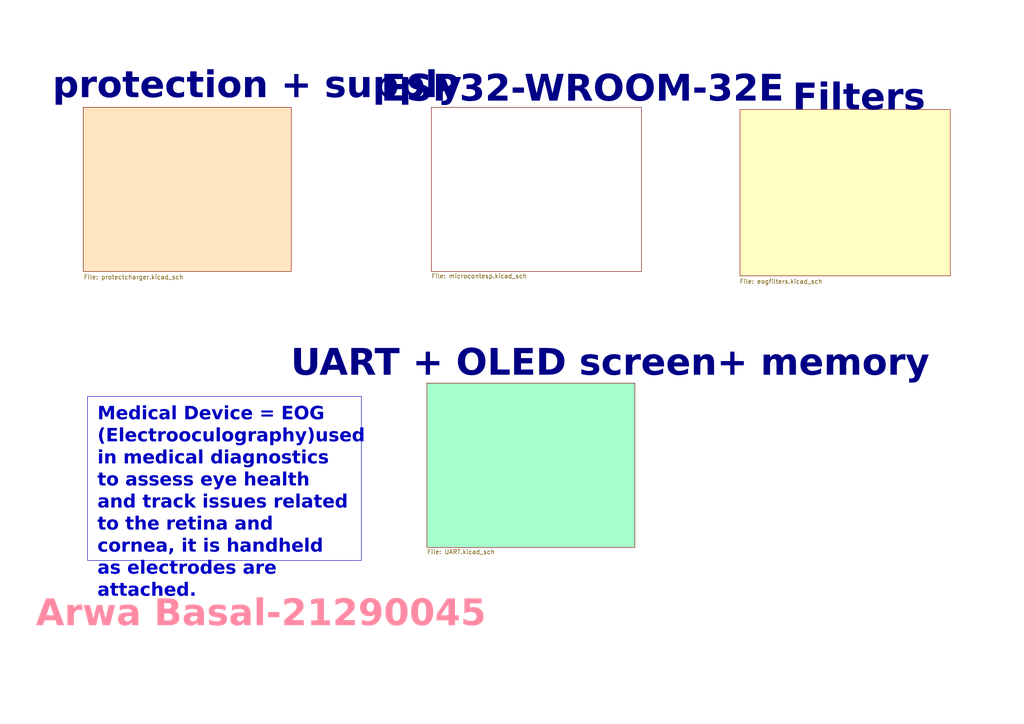
<source format=kicad_sch>
(kicad_sch
	(version 20231120)
	(generator "eeschema")
	(generator_version "8.0")
	(uuid "66d00760-b9ac-4580-991e-a61b88288f9d")
	(paper "A4")
	(lib_symbols)
	(text_box "Medical Device = EOG (Electrooculography)used in medical diagnostics to assess eye health and track issues related to the retina and cornea, it is handheld as electrodes are attached. "
		(exclude_from_sim no)
		(at 25.4 114.935 0)
		(size 79.375 47.625)
		(stroke
			(width 0)
			(type default)
		)
		(fill
			(type color)
			(color 255 255 255 1)
		)
		(effects
			(font
				(face "Andalus")
				(size 3.81 3.81)
				(thickness 0.508)
				(bold yes)
			)
			(justify left top)
			(href "https://ibb.co/PZfshnf")
		)
		(uuid "07640474-3031-4aa1-a0c1-a2b8b234d1a0")
	)
	(text "Arwa Basal-21290045"
		(exclude_from_sim no)
		(at 75.692 180.34 0)
		(effects
			(font
				(face "Andalus")
				(size 7.62 7.62)
				(thickness 0.762)
				(bold yes)
				(color 255 137 162 1)
			)
		)
		(uuid "7f0a6760-3205-4be2-91a8-534cd370154f")
	)
	(sheet
		(at 214.63 31.75)
		(size 60.96 48.26)
		(stroke
			(width 0.1524)
			(type solid)
		)
		(fill
			(color 255 255 194 1.0000)
		)
		(uuid "2ebd7749-809a-47df-9849-30d63a9b4c88")
		(property "Sheetname" "Filters"
			(at 229.87 33.02 0)
			(effects
				(font
					(face "Andalus")
					(size 7.62 7.62)
					(thickness 1.524)
					(bold yes)
					(color 0 0 132 1)
				)
				(justify left bottom)
			)
		)
		(property "Sheetfile" "eogfilters.kicad_sch"
			(at 214.503 80.899 0)
			(effects
				(font
					(size 1.27 1.27)
				)
				(justify left top)
			)
		)
		(instances
			(project "HW8"
				(path "/66d00760-b9ac-4580-991e-a61b88288f9d"
					(page "2")
				)
			)
		)
	)
	(sheet
		(at 24.13 31.115)
		(size 60.325 47.625)
		(stroke
			(width 0.1524)
			(type solid)
		)
		(fill
			(color 255 229 191 1.0000)
		)
		(uuid "57aa69eb-8f58-4f3b-97fe-31a9cd9c6cc1")
		(property "Sheetname" "protection + supply"
			(at 15.24 29.464 0)
			(effects
				(font
					(face "Andalus")
					(size 7.62 7.62)
					(thickness 1.524)
					(bold yes)
					(color 0 0 132 1)
				)
				(justify left bottom)
			)
		)
		(property "Sheetfile" "protectcharger.kicad_sch"
			(at 24.257 79.629 0)
			(effects
				(font
					(size 1.27 1.27)
				)
				(justify left top)
			)
		)
		(instances
			(project "HW8"
				(path "/66d00760-b9ac-4580-991e-a61b88288f9d"
					(page "4")
				)
			)
		)
	)
	(sheet
		(at 123.825 111.125)
		(size 60.325 47.625)
		(stroke
			(width 0.1524)
			(type solid)
		)
		(fill
			(color 164 255 205 1.0000)
		)
		(uuid "bd76b30f-b03d-475a-b3a2-c0ad6f3f0347")
		(property "Sheetname" "UART + OLED screen+ memory"
			(at 84.328 109.982 0)
			(effects
				(font
					(face "Andalus")
					(size 7.62 7.62)
					(thickness 1.524)
					(bold yes)
					(color 0 0 132 1)
				)
				(justify left bottom)
			)
		)
		(property "Sheetfile" "UART.kicad_sch"
			(at 123.825 159.3346 0)
			(effects
				(font
					(size 1.27 1.27)
				)
				(justify left top)
			)
		)
		(instances
			(project "HW8"
				(path "/66d00760-b9ac-4580-991e-a61b88288f9d"
					(page "6")
				)
			)
		)
	)
	(sheet
		(at 125.095 31.115)
		(size 60.96 47.625)
		(stroke
			(width 0.1524)
			(type solid)
		)
		(fill
			(color 255 255 255 1.0000)
		)
		(uuid "e12a1dd4-9ba0-4701-8ca1-626f320a48c1")
		(property "Sheetname" "ESP32-WROOM-32E"
			(at 110.49 30.48 0)
			(effects
				(font
					(face "Andalus")
					(size 7.62 7.62)
					(thickness 1.524)
					(bold yes)
					(color 0 0 132 1)
				)
				(justify left bottom)
			)
		)
		(property "Sheetfile" "microcontesp.kicad_sch"
			(at 125.095 79.3246 0)
			(effects
				(font
					(size 1.27 1.27)
				)
				(justify left top)
			)
		)
		(instances
			(project "HW8"
				(path "/66d00760-b9ac-4580-991e-a61b88288f9d"
					(page "3")
				)
			)
		)
	)
	(sheet_instances
		(path "/"
			(page "1")
		)
	)
)

</source>
